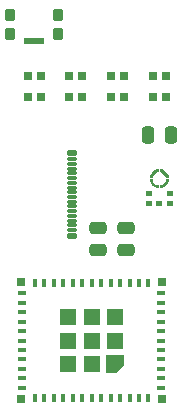
<source format=gbr>
%TF.GenerationSoftware,KiCad,Pcbnew,8.0.4*%
%TF.CreationDate,2024-09-26T12:10:35+10:00*%
%TF.ProjectId,OuchButtonV2,4f756368-4275-4747-946f-6e56322e6b69,rev?*%
%TF.SameCoordinates,Original*%
%TF.FileFunction,Paste,Top*%
%TF.FilePolarity,Positive*%
%FSLAX46Y46*%
G04 Gerber Fmt 4.6, Leading zero omitted, Abs format (unit mm)*
G04 Created by KiCad (PCBNEW 8.0.4) date 2024-09-26 12:10:35*
%MOMM*%
%LPD*%
G01*
G04 APERTURE LIST*
G04 Aperture macros list*
%AMRoundRect*
0 Rectangle with rounded corners*
0 $1 Rounding radius*
0 $2 $3 $4 $5 $6 $7 $8 $9 X,Y pos of 4 corners*
0 Add a 4 corners polygon primitive as box body*
4,1,4,$2,$3,$4,$5,$6,$7,$8,$9,$2,$3,0*
0 Add four circle primitives for the rounded corners*
1,1,$1+$1,$2,$3*
1,1,$1+$1,$4,$5*
1,1,$1+$1,$6,$7*
1,1,$1+$1,$8,$9*
0 Add four rect primitives between the rounded corners*
20,1,$1+$1,$2,$3,$4,$5,0*
20,1,$1+$1,$4,$5,$6,$7,0*
20,1,$1+$1,$6,$7,$8,$9,0*
20,1,$1+$1,$8,$9,$2,$3,0*%
%AMFreePoly0*
4,1,6,0.725000,-0.725000,-0.725000,-0.725000,-0.725000,0.125000,-0.125000,0.725000,0.725000,0.725000,0.725000,-0.725000,0.725000,-0.725000,$1*%
G04 Aperture macros list end*
%ADD10C,0.000000*%
%ADD11R,0.700000X0.700000*%
%ADD12RoundRect,0.250000X0.475000X-0.250000X0.475000X0.250000X-0.475000X0.250000X-0.475000X-0.250000X0*%
%ADD13R,0.800000X0.400000*%
%ADD14R,0.400000X0.800000*%
%ADD15FreePoly0,180.000000*%
%ADD16R,1.450000X1.450000*%
%ADD17RoundRect,0.135000X0.315000X0.365000X-0.315000X0.365000X-0.315000X-0.365000X0.315000X-0.365000X0*%
%ADD18RoundRect,0.082500X0.767500X0.192500X-0.767500X0.192500X-0.767500X-0.192500X0.767500X-0.192500X0*%
%ADD19RoundRect,0.070000X-0.345000X0.070000X-0.345000X-0.070000X0.345000X-0.070000X0.345000X0.070000X0*%
%ADD20RoundRect,0.112500X-0.302500X0.112500X-0.302500X-0.112500X0.302500X-0.112500X0.302500X0.112500X0*%
%ADD21RoundRect,0.250000X-0.250000X-0.475000X0.250000X-0.475000X0.250000X0.475000X-0.250000X0.475000X0*%
G04 APERTURE END LIST*
%TO.C,MK1*%
G36*
X85720000Y-88135000D02*
G01*
X86220000Y-88135000D01*
X86220000Y-87713000D01*
X85720000Y-87713000D01*
X85720000Y-88135000D01*
G37*
G36*
X86220000Y-87313000D02*
G01*
X85720000Y-87313000D01*
X85720000Y-86891000D01*
X86220000Y-86891000D01*
X86220000Y-87313000D01*
G37*
G36*
X87120000Y-88135000D02*
G01*
X86620000Y-88135000D01*
X86620000Y-87713000D01*
X87120000Y-87713000D01*
X87120000Y-88135000D01*
G37*
G36*
X87520000Y-87313000D02*
G01*
X88020000Y-87313000D01*
X88020000Y-86891000D01*
X87520000Y-86891000D01*
X87520000Y-87313000D01*
G37*
G36*
X88020000Y-88135000D02*
G01*
X87520000Y-88135000D01*
X87520000Y-87713000D01*
X88020000Y-87713000D01*
X88020000Y-88135000D01*
G37*
D10*
G36*
X86820000Y-85289700D02*
G01*
X86710200Y-85310700D01*
X86606800Y-85352900D01*
X86513700Y-85414700D01*
X86434700Y-85493700D01*
X86372900Y-85586800D01*
X86330700Y-85690200D01*
X86309700Y-85800000D01*
X86059000Y-85800000D01*
X86086600Y-85634500D01*
X86147500Y-85478300D01*
X86239200Y-85337800D01*
X86357800Y-85219200D01*
X86498300Y-85127500D01*
X86654500Y-85066600D01*
X86820000Y-85039000D01*
X86820000Y-85289700D01*
G37*
G36*
X86330700Y-86009800D02*
G01*
X86372900Y-86113200D01*
X86434700Y-86206300D01*
X86513700Y-86285300D01*
X86606800Y-86347100D01*
X86710200Y-86389300D01*
X86820000Y-86410300D01*
X86820000Y-86661000D01*
X86654500Y-86633400D01*
X86498300Y-86572500D01*
X86357800Y-86480800D01*
X86239200Y-86362200D01*
X86147500Y-86221700D01*
X86086600Y-86065500D01*
X86059000Y-85900000D01*
X86309700Y-85900000D01*
X86330700Y-86009800D01*
G37*
G36*
X87085500Y-85066600D02*
G01*
X87241700Y-85127500D01*
X87382200Y-85219200D01*
X87500800Y-85337800D01*
X87592500Y-85478300D01*
X87653400Y-85634500D01*
X87681000Y-85800000D01*
X87430300Y-85800000D01*
X87409300Y-85690200D01*
X87367100Y-85586800D01*
X87305300Y-85493700D01*
X87226300Y-85414700D01*
X87133200Y-85352900D01*
X87029800Y-85310700D01*
X86920000Y-85289700D01*
X86920000Y-85039000D01*
X87085500Y-85066600D01*
G37*
G36*
X87653400Y-86065500D02*
G01*
X87592500Y-86221700D01*
X87500800Y-86362200D01*
X87382200Y-86480800D01*
X87241700Y-86572500D01*
X87085500Y-86633400D01*
X86920000Y-86661000D01*
X86920000Y-86410300D01*
X87029800Y-86389300D01*
X87133200Y-86347100D01*
X87226300Y-86285300D01*
X87305300Y-86206300D01*
X87367100Y-86113200D01*
X87409300Y-86009800D01*
X87430300Y-85900000D01*
X87681000Y-85900000D01*
X87653400Y-86065500D01*
G37*
%TD*%
D11*
%TO.C,D3*%
X76850000Y-77120000D03*
X75750000Y-77120000D03*
X75750000Y-78950000D03*
X76850000Y-78950000D03*
%TD*%
D12*
%TO.C,R19*%
X84050000Y-91900000D03*
X84050000Y-90000000D03*
%TD*%
%TO.C,R20*%
X81700000Y-91900000D03*
X81700000Y-90000000D03*
%TD*%
D11*
%TO.C,D6*%
X87400000Y-77120000D03*
X86300000Y-77120000D03*
X86300000Y-78950000D03*
X87400000Y-78950000D03*
%TD*%
D13*
%TO.C,U1*%
X87050000Y-103550000D03*
X87050000Y-102750000D03*
X87050000Y-101950000D03*
X87050000Y-101150000D03*
X87050000Y-100350000D03*
X87050000Y-99550000D03*
X87050000Y-98750000D03*
X87050000Y-97950000D03*
X87050000Y-97150000D03*
X87050000Y-96350000D03*
X87050000Y-95550000D03*
D14*
X85950000Y-94650000D03*
X85150000Y-94650000D03*
X84350000Y-94650000D03*
X83550000Y-94650000D03*
X82750000Y-94650000D03*
X81950000Y-94650000D03*
X81150000Y-94650000D03*
X80350000Y-94650000D03*
X79550000Y-94650000D03*
X78750000Y-94650000D03*
X77950000Y-94650000D03*
X77150000Y-94650000D03*
X76350000Y-94650000D03*
D13*
X75250000Y-95550000D03*
X75250000Y-96350000D03*
X75250000Y-97150000D03*
X75250000Y-97950000D03*
X75250000Y-98750000D03*
X75250000Y-99550000D03*
X75250000Y-100350000D03*
X75250000Y-101150000D03*
X75250000Y-101950000D03*
X75250000Y-102750000D03*
X75250000Y-103550000D03*
D14*
X76350000Y-104450000D03*
X77150000Y-104450000D03*
X77950000Y-104450000D03*
X78750000Y-104450000D03*
X79550000Y-104450000D03*
X80350000Y-104450000D03*
X81150000Y-104450000D03*
X81950000Y-104450000D03*
X82750000Y-104450000D03*
X83550000Y-104450000D03*
X84350000Y-104450000D03*
X85150000Y-104450000D03*
X85950000Y-104450000D03*
D15*
X83125000Y-101525000D03*
D16*
X83125000Y-99550000D03*
X83125000Y-97575000D03*
X81150000Y-101525000D03*
X81150000Y-99550000D03*
X81150000Y-97575000D03*
X79175000Y-101525000D03*
X79175000Y-99550000D03*
X79175000Y-97575000D03*
D11*
X75200000Y-104500000D03*
X75200000Y-94600000D03*
X87100000Y-94600000D03*
X87100000Y-104500000D03*
%TD*%
%TO.C,D5*%
X83883332Y-77120000D03*
X82783332Y-77120000D03*
X82783332Y-78950000D03*
X83883332Y-78950000D03*
%TD*%
D17*
%TO.C,S1*%
X78300000Y-73600000D03*
X74200000Y-73600000D03*
X78300000Y-72000000D03*
X74200000Y-72000000D03*
D18*
X76250000Y-74225000D03*
%TD*%
D19*
%TO.C,J1*%
X79450000Y-84200000D03*
X79450000Y-85000000D03*
X79450000Y-85800000D03*
X79450000Y-86600000D03*
X79450000Y-87000000D03*
X79450000Y-87400000D03*
X79450000Y-89000000D03*
X79450000Y-89800000D03*
X79450000Y-90200000D03*
X79450000Y-89400000D03*
X79450000Y-88600000D03*
X79450000Y-88200000D03*
X79450000Y-87800000D03*
X79450000Y-86200000D03*
X79450000Y-85400000D03*
X79450000Y-84600000D03*
D20*
X79450000Y-83685000D03*
X79450000Y-90715000D03*
%TD*%
D21*
%TO.C,C16*%
X85950000Y-82150000D03*
X87850000Y-82150000D03*
%TD*%
D11*
%TO.C,D4*%
X80366666Y-77120000D03*
X79266666Y-77120000D03*
X79266666Y-78950000D03*
X80366666Y-78950000D03*
%TD*%
M02*

</source>
